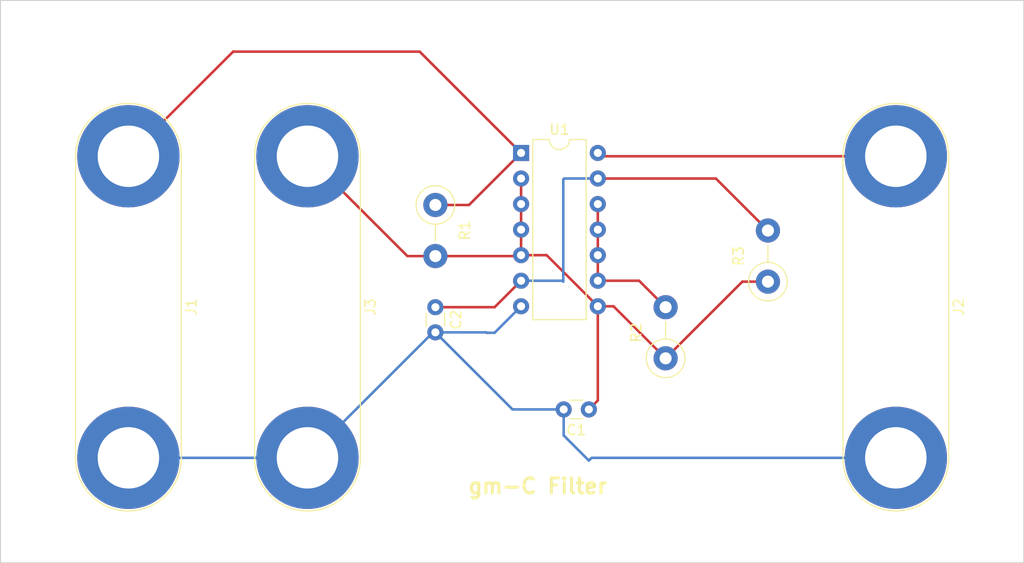
<source format=kicad_pcb>
(kicad_pcb (version 20211014) (generator pcbnew)
  (layers (0 "F.Cu" signal) (31 "B.Cu" signal) (34 "B.Paste" user) (35 "F.Paste" user) (36 "B.SilkS" user "B.Silkscreen") (37 "F.SilkS" user "F.Silkscreen") (38 "B.Mask" user) (39 "F.Mask" user) (44 "Edge.Cuts" user))
  (net 0 "")
  (net 1 "/Vout")
  (net 2 "GND")
  (net 3 "Net-(C2-Pad1)")
  (net 4 "/Vin")
  (net 5 "VDD")
  (net 6 "Net-(R2-Pad2)")
  (footprint "Package_DIP:DIP-14_W7.62mm" (layer "F.Cu") (at 160.91 88.81)
    (fp_text reference "U1" (at 3.81 -2.33) (layer "F.SilkS"))
    (fp_text value "4069")
    (fp_line (start 1.16 -1.33) (end 1.16 16.57) (layer "F.SilkS") (width 0.12))
    (fp_line (start 6.46 -1.33) (end 4.81 -1.33) (layer "F.SilkS") (width 0.12))
    (fp_line (start 6.46 16.57) (end 6.46 -1.33) (layer "F.SilkS") (width 0.12))
    (fp_line (start 2.81 -1.33) (end 1.16 -1.33) (layer "F.SilkS") (width 0.12))
    (fp_line (start 1.16 16.57) (end 6.46 16.57) (layer "F.SilkS") (width 0.12))
    (fp_arc (start 4.81 -1.33) (mid 3.81 -0.33) (end 2.81 -1.33) (layer "F.SilkS") (width 0.12))
    (pad "1" thru_hole rect (at 0 0) (size 1.6 1.6) (drill 0.8) (layers *.Cu *.Mask) (net 4 "/Vin"))
    (pad "2" thru_hole oval (at 0 2.54) (size 1.6 1.6) (drill 0.8) (layers *.Cu *.Mask) (net 1 "/Vout"))
    (pad "3" thru_hole oval (at 0 5.08) (size 1.6 1.6) (drill 0.8) (layers *.Cu *.Mask) (net 1 "/Vout"))
    (pad "4" thru_hole oval (at 0 7.62) (size 1.6 1.6) (drill 0.8) (layers *.Cu *.Mask) (net 1 "/Vout"))
    (pad "5" thru_hole oval (at 0 10.16) (size 1.6 1.6) (drill 0.8) (layers *.Cu *.Mask) (net 1 "/Vout"))
    (pad "6" thru_hole oval (at 0 12.7) (size 1.6 1.6) (drill 0.8) (layers *.Cu *.Mask) (net 3 "Net-(C2-Pad1)"))
    (pad "7" thru_hole oval (at 0 15.24) (size 1.6 1.6) (drill 0.8) (layers *.Cu *.Mask) (net 2 "GND"))
    (pad "8" thru_hole oval (at 7.62 15.24) (size 1.6 1.6) (drill 0.8) (layers *.Cu *.Mask) (net 1 "/Vout"))
    (pad "9" thru_hole oval (at 7.62 12.7) (size 1.6 1.6) (drill 0.8) (layers *.Cu *.Mask) (net 6 "Net-(R2-Pad2)"))
    (pad "10" thru_hole oval (at 7.62 10.16) (size 1.6 1.6) (drill 0.8) (layers *.Cu *.Mask) (net 6 "Net-(R2-Pad2)"))
    (pad "11" thru_hole oval (at 7.62 7.62) (size 1.6 1.6) (drill 0.8) (layers *.Cu *.Mask) (net 6 "Net-(R2-Pad2)"))
    (pad "12" thru_hole oval (at 7.62 5.08) (size 1.6 1.6) (drill 0.8) (layers *.Cu *.Mask) (net 6 "Net-(R2-Pad2)"))
    (pad "13" thru_hole oval (at 7.62 2.54) (size 1.6 1.6) (drill 0.8) (layers *.Cu *.Mask) (net 3 "Net-(C2-Pad1)"))
    (pad "14" thru_hole oval (at 7.62 0) (size 1.6 1.6) (drill 0.8) (layers *.Cu *.Mask) (net 5 "VDD"))
  )
  (footprint "Resistor_THT:R_Axial_DIN0411_L9.9mm_D3.6mm_P5.08mm_Vertical" (layer "F.Cu") (at 185.42 101.6 90)
    (fp_text reference "R3" (at 2.54 -2.92 90) (layer "F.SilkS"))
    (fp_text value "55k")
    (fp_line (start 1.92 0) (end 3.58 0) (layer "F.SilkS") (width 0.12))
    (fp_circle (center 0 0) (end 1.92 0) (layer "F.SilkS") (width 0.12) (fill none))
    (pad "1" thru_hole circle (at 0 0 90) (size 2.4 2.4) (drill 1.2) (layers *.Cu *.Mask) (net 1 "/Vout"))
    (pad "2" thru_hole oval (at 5.08 0 90) (size 2.4 2.4) (drill 1.2) (layers *.Cu *.Mask) (net 3 "Net-(C2-Pad1)"))
  )
  (footprint "Connector:Banana_Jack_2Pin" (layer "F.Cu") (at 121.92 89.14 -90)
    (fp_text reference "J1" (at 14.985 -6.24 90) (layer "F.SilkS"))
    (fp_text value "Conn_01x02")
    (fp_line (start 0 5.25) (end 30 5.25) (layer "F.SilkS") (width 0.12))
    (fp_line (start 30 -5.25) (end 0 -5.25) (layer "F.SilkS") (width 0.12))
    (fp_arc (start 0 5.25) (mid -5.25 0) (end 0 -5.25) (layer "F.SilkS") (width 0.12))
    (fp_arc (start 30 -5.25) (mid 35.25 0) (end 30 5.25) (layer "F.SilkS") (width 0.12))
    (pad "1" thru_hole circle (at 0 0 270) (size 10.16 10.16) (drill 6.1) (layers *.Cu *.Mask) (net 4 "/Vin"))
    (pad "2" thru_hole circle (at 29.97 0 270) (size 10.16 10.16) (drill 6.1) (layers *.Cu *.Mask) (net 2 "GND"))
  )
  (footprint "Capacitor_THT:C_Disc_D3.0mm_W1.6mm_P2.50mm" (layer "F.Cu") (at 167.64 114.3 180)
    (fp_text reference "C1" (at 1.25 -2.05) (layer "F.SilkS"))
    (fp_text value "57.876nF")
    (fp_line (start 0.621 0.92) (end 1.879 0.92) (layer "F.SilkS") (width 0.12))
    (fp_line (start 0.621 -0.92) (end 1.879 -0.92) (layer "F.SilkS") (width 0.12))
    (pad "1" thru_hole circle (at 0 0 180) (size 1.6 1.6) (drill 0.8) (layers *.Cu *.Mask) (net 1 "/Vout"))
    (pad "2" thru_hole circle (at 2.5 0 180) (size 1.6 1.6) (drill 0.8) (layers *.Cu *.Mask) (net 2 "GND"))
  )
  (footprint "Capacitor_THT:C_Disc_D3.0mm_W1.6mm_P2.50mm" (layer "F.Cu") (at 152.4 104.14 -90)
    (fp_text reference "C2" (at 1.25 -2.05 90) (layer "F.SilkS"))
    (fp_text value "14.469nF")
    (fp_line (start 0.621 0.92) (end 1.879 0.92) (layer "F.SilkS") (width 0.12))
    (fp_line (start 0.621 -0.92) (end 1.879 -0.92) (layer "F.SilkS") (width 0.12))
    (pad "1" thru_hole circle (at 0 0 270) (size 1.6 1.6) (drill 0.8) (layers *.Cu *.Mask) (net 3 "Net-(C2-Pad1)"))
    (pad "2" thru_hole circle (at 2.5 0 270) (size 1.6 1.6) (drill 0.8) (layers *.Cu *.Mask) (net 2 "GND"))
  )
  (footprint "Resistor_THT:R_Axial_DIN0411_L9.9mm_D3.6mm_P5.08mm_Vertical" (layer "F.Cu") (at 175.26 109.22 90)
    (fp_text reference "R2" (at 2.54 -2.92 90) (layer "F.SilkS"))
    (fp_text value "55k")
    (fp_line (start 1.92 0) (end 3.58 0) (layer "F.SilkS") (width 0.12))
    (fp_circle (center 0 0) (end 1.92 0) (layer "F.SilkS") (width 0.12) (fill none))
    (pad "1" thru_hole circle (at 0 0 90) (size 2.4 2.4) (drill 1.2) (layers *.Cu *.Mask) (net 1 "/Vout"))
    (pad "2" thru_hole oval (at 5.08 0 90) (size 2.4 2.4) (drill 1.2) (layers *.Cu *.Mask) (net 6 "Net-(R2-Pad2)"))
  )
  (footprint "Resistor_THT:R_Axial_DIN0411_L9.9mm_D3.6mm_P5.08mm_Vertical" (layer "F.Cu") (at 152.4 93.98 -90)
    (fp_text reference "R1" (at 2.54 -2.92 90) (layer "F.SilkS"))
    (fp_text value "55k")
    (fp_line (start 1.92 0) (end 3.58 0) (layer "F.SilkS") (width 0.12))
    (fp_circle (center 0 0) (end 1.92 0) (layer "F.SilkS") (width 0.12) (fill none))
    (pad "1" thru_hole circle (at 0 0 270) (size 2.4 2.4) (drill 1.2) (layers *.Cu *.Mask) (net 4 "/Vin"))
    (pad "2" thru_hole oval (at 5.08 0 270) (size 2.4 2.4) (drill 1.2) (layers *.Cu *.Mask) (net 1 "/Vout"))
  )
  (footprint "Connector:Banana_Jack_2Pin" (layer "F.Cu") (at 198.12 89.14 -90)
    (fp_text reference "J2" (at 14.985 -6.24 90) (layer "F.SilkS"))
    (fp_text value "Conn_01x02")
    (fp_line (start 0 5.25) (end 30 5.25) (layer "F.SilkS") (width 0.12))
    (fp_line (start 30 -5.25) (end 0 -5.25) (layer "F.SilkS") (width 0.12))
    (fp_arc (start 0 5.25) (mid -5.25 0) (end 0 -5.25) (layer "F.SilkS") (width 0.12))
    (fp_arc (start 30 -5.25) (mid 35.25 0) (end 30 5.25) (layer "F.SilkS") (width 0.12))
    (pad "1" thru_hole circle (at 0 0 270) (size 10.16 10.16) (drill 6.1) (layers *.Cu *.Mask) (net 5 "VDD"))
    (pad "2" thru_hole circle (at 29.97 0 270) (size 10.16 10.16) (drill 6.1) (layers *.Cu *.Mask) (net 2 "GND"))
  )
  (footprint "Connector:Banana_Jack_2Pin" (layer "F.Cu") (at 139.7 89.14 -90)
    (fp_text reference "J3" (at 14.985 -6.24 90) (layer "F.SilkS"))
    (fp_text value "Conn_01x02")
    (fp_line (start 0 5.25) (end 30 5.25) (layer "F.SilkS") (width 0.12))
    (fp_line (start 30 -5.25) (end 0 -5.25) (layer "F.SilkS") (width 0.12))
    (fp_arc (start 30 -5.25) (mid 35.25 0) (end 30 5.25) (layer "F.SilkS") (width 0.12))
    (fp_arc (start 0 5.25) (mid -5.25 0) (end 0 -5.25) (layer "F.SilkS") (width 0.12))
    (pad "1" thru_hole circle (at 0 0 270) (size 10.16 10.16) (drill 6.1) (layers *.Cu *.Mask) (net 1 "/Vout"))
    (pad "2" thru_hole circle (at 29.97 0 270) (size 10.16 10.16) (drill 6.1) (layers *.Cu *.Mask) (net 2 "GND"))
  )
  (gr_rect (start 109.22 73.66) (end 210.82 129.54) (layer "Edge.Cuts") (width 0.1) (fill none))
  (gr_text "gm-C Filter" (at 162.56 121.92) (layer "F.SilkS") (effects (font (size 1.5 1.5) (thickness 0.3))))
  (segment (start 160.91 98.97) (end 163.45 98.97) (width 0.25) (layer "F.Cu") (net 1))
  (segment (start 168.53 113.41) (end 167.64 114.3) (width 0.25) (layer "F.Cu") (net 1))
  (segment (start 160.91 98.97) (end 160.91 96.43) (width 0.25) (layer "F.Cu") (net 1))
  (segment (start 163.45 98.97) (end 168.53 104.05) (width 0.25) (layer "F.Cu") (net 1))
  (segment (start 182.88 101.6) (end 185.42 101.6) (width 0.25) (layer "F.Cu") (net 1))
  (segment (start 149.62 99.06) (end 152.4 99.06) (width 0.25) (layer "F.Cu") (net 1))
  (segment (start 168.53 104.05) (end 168.53 113.41) (width 0.25) (layer "F.Cu") (net 1))
  (segment (start 160.82 99.06) (end 160.91 98.97) (width 0.25) (layer "F.Cu") (net 1))
  (segment (start 160.91 96.43) (end 160.91 93.89) (width 0.25) (layer "F.Cu") (net 1))
  (segment (start 170.09 104.05) (end 175.26 109.22) (width 0.25) (layer "F.Cu") (net 1))
  (segment (start 168.53 104.05) (end 170.09 104.05) (width 0.25) (layer "F.Cu") (net 1))
  (segment (start 139.7 89.14) (end 149.62 99.06) (width 0.25) (layer "F.Cu") (net 1))
  (segment (start 160.91 93.89) (end 160.91 91.35) (width 0.25) (layer "F.Cu") (net 1))
  (segment (start 175.26 109.22) (end 182.88 101.6) (width 0.25) (layer "F.Cu") (net 1))
  (segment (start 152.4 99.06) (end 160.82 99.06) (width 0.25) (layer "F.Cu") (net 1))
  (segment (start 139.7 119.11) (end 152.17 106.64) (width 0.25) (layer "B.Cu") (net 2))
  (segment (start 158.28 106.68) (end 160.91 104.05) (width 0.25) (layer "B.Cu") (net 2))
  (segment (start 165.14 114.3) (end 165.14 116.88) (width 0.25) (layer "B.Cu") (net 2))
  (segment (start 165.14 114.3) (end 160.06 114.3) (width 0.25) (layer "B.Cu") (net 2))
  (segment (start 167.64 119.38) (end 167.91 119.11) (width 0.25) (layer "B.Cu") (net 2))
  (segment (start 121.92 119.11) (end 139.7 119.11) (width 0.25) (layer "B.Cu") (net 2))
  (segment (start 160.06 114.3) (end 152.4 106.64) (width 0.25) (layer "B.Cu") (net 2))
  (segment (start 152.4 106.64) (end 157.44 106.64) (width 0.25) (layer "B.Cu") (net 2))
  (segment (start 165.14 116.88) (end 167.64 119.38) (width 0.25) (layer "B.Cu") (net 2))
  (segment (start 157.44 106.64) (end 157.48 106.68) (width 0.25) (layer "B.Cu") (net 2))
  (segment (start 152.17 106.64) (end 152.4 106.64) (width 0.25) (layer "B.Cu") (net 2))
  (segment (start 167.91 119.11) (end 198.12 119.11) (width 0.25) (layer "B.Cu") (net 2))
  (segment (start 157.48 106.68) (end 158.28 106.68) (width 0.25) (layer "B.Cu") (net 2))
  (segment (start 168.53 91.35) (end 180.25 91.35) (width 0.25) (layer "F.Cu") (net 3))
  (segment (start 180.25 91.35) (end 185.42 96.52) (width 0.25) (layer "F.Cu") (net 3))
  (segment (start 158.28 104.14) (end 160.91 101.51) (width 0.25) (layer "F.Cu") (net 3))
  (segment (start 152.4 104.14) (end 158.28 104.14) (width 0.25) (layer "F.Cu") (net 3))
  (segment (start 160.91 101.51) (end 165.01 101.51) (width 0.25) (layer "B.Cu") (net 3))
  (segment (start 165.1 101.6) (end 165.1 91.44) (width 0.25) (layer "B.Cu") (net 3))
  (segment (start 165.1 91.44) (end 165.19 91.35) (width 0.25) (layer "B.Cu") (net 3))
  (segment (start 165.01 101.51) (end 165.1 101.6) (width 0.25) (layer "B.Cu") (net 3))
  (segment (start 165.19 91.35) (end 168.53 91.35) (width 0.25) (layer "B.Cu") (net 3))
  (segment (start 132.32 78.74) (end 150.84 78.74) (width 0.25) (layer "F.Cu") (net 4))
  (segment (start 155.74 93.98) (end 152.4 93.98) (width 0.25) (layer "F.Cu") (net 4))
  (segment (start 121.92 89.14) (end 132.32 78.74) (width 0.25) (layer "F.Cu") (net 4))
  (segment (start 160.91 88.81) (end 155.74 93.98) (width 0.25) (layer "F.Cu") (net 4))
  (segment (start 150.84 78.74) (end 160.91 88.81) (width 0.25) (layer "F.Cu") (net 4))
  (segment (start 168.86 89.14) (end 168.53 88.81) (width 0.25) (layer "F.Cu") (net 5))
  (segment (start 198.12 89.14) (end 168.86 89.14) (width 0.25) (layer "F.Cu") (net 5))
  (segment (start 168.53 101.51) (end 168.53 98.97) (width 0.25) (layer "F.Cu") (net 6))
  (segment (start 168.53 98.97) (end 168.53 96.43) (width 0.25) (layer "F.Cu") (net 6))
  (segment (start 175.26 104.14) (end 172.63 101.51) (width 0.25) (layer "F.Cu") (net 6))
  (segment (start 172.63 101.51) (end 168.53 101.51) (width 0.25) (layer "F.Cu") (net 6))
  (segment (start 168.53 96.43) (end 168.53 93.89) (width 0.25) (layer "F.Cu") (net 6))
)
</source>
